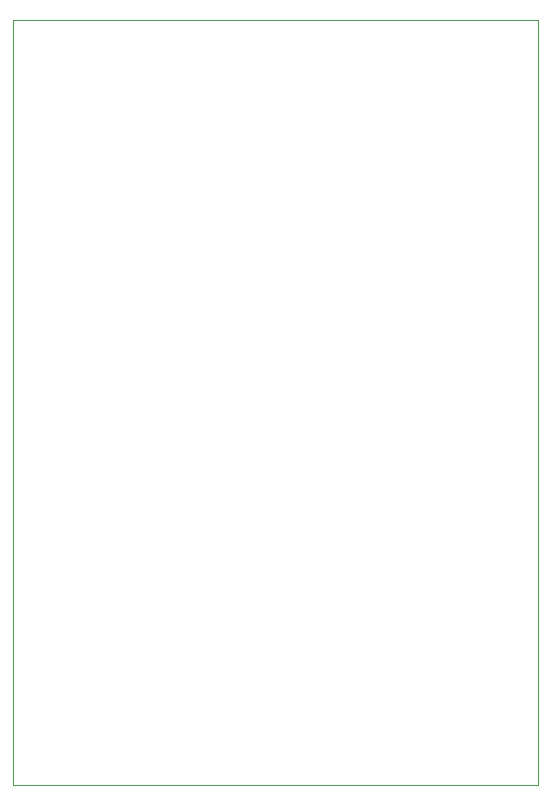
<source format=gbr>
%TF.GenerationSoftware,KiCad,Pcbnew,5.99.0+really5.1.10+dfsg1-1*%
%TF.CreationDate,2021-11-28T15:47:42+05:30*%
%TF.ProjectId,atmega 08,61746d65-6761-4203-9038-2e6b69636164,rev?*%
%TF.SameCoordinates,Original*%
%TF.FileFunction,Profile,NP*%
%FSLAX46Y46*%
G04 Gerber Fmt 4.6, Leading zero omitted, Abs format (unit mm)*
G04 Created by KiCad (PCBNEW 5.99.0+really5.1.10+dfsg1-1) date 2021-11-28 15:47:42*
%MOMM*%
%LPD*%
G01*
G04 APERTURE LIST*
%TA.AperFunction,Profile*%
%ADD10C,0.050000*%
%TD*%
G04 APERTURE END LIST*
D10*
X110490000Y-106680000D02*
X110490000Y-41910000D01*
X154940000Y-106680000D02*
X110490000Y-106680000D01*
X154940000Y-41910000D02*
X154940000Y-106680000D01*
X110490000Y-41910000D02*
X154940000Y-41910000D01*
M02*

</source>
